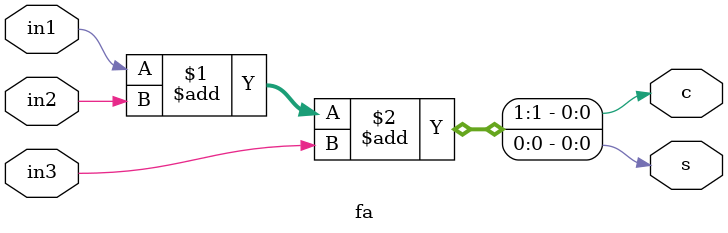
<source format=v>
module fa (
    input  in1,
    input  in2,
    input  in3,
    output s,
    output c
);

    assign {c, s} = in1 + in2 + in3;


endmodule  
</source>
